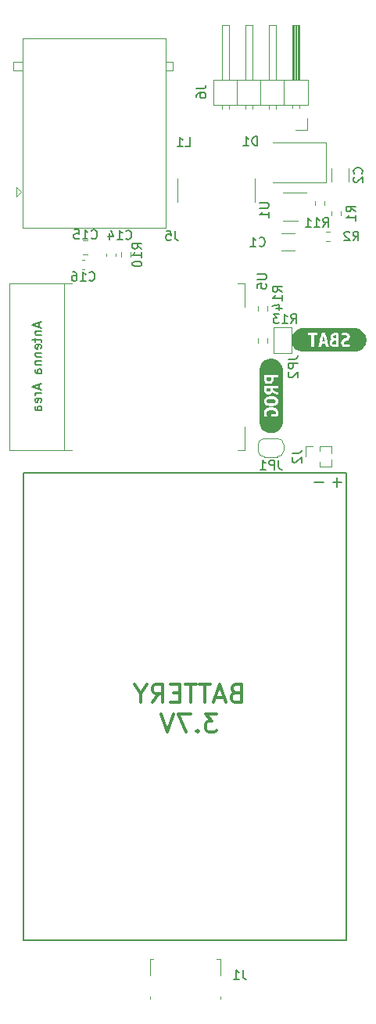
<source format=gbr>
%TF.GenerationSoftware,KiCad,Pcbnew,6.0.5-a6ca702e91~116~ubuntu20.04.1*%
%TF.CreationDate,2022-06-04T21:36:06-05:00*%
%TF.ProjectId,gpsOled,6770734f-6c65-4642-9e6b-696361645f70,rev?*%
%TF.SameCoordinates,Original*%
%TF.FileFunction,Legend,Bot*%
%TF.FilePolarity,Positive*%
%FSLAX46Y46*%
G04 Gerber Fmt 4.6, Leading zero omitted, Abs format (unit mm)*
G04 Created by KiCad (PCBNEW 6.0.5-a6ca702e91~116~ubuntu20.04.1) date 2022-06-04 21:36:06*
%MOMM*%
%LPD*%
G01*
G04 APERTURE LIST*
%ADD10C,0.150000*%
%ADD11C,0.300000*%
%ADD12C,0.120000*%
G04 APERTURE END LIST*
D10*
X161000000Y-102500000D02*
X160000000Y-102500000D01*
X128500000Y-101500000D02*
X163500000Y-101500000D01*
X163500000Y-101500000D02*
X163500000Y-152000000D01*
X163500000Y-152000000D02*
X128500000Y-152000000D01*
X128500000Y-152000000D02*
X128500000Y-101500000D01*
X162000000Y-102500000D02*
X163000000Y-102500000D01*
X162500000Y-102000000D02*
X162500000Y-103000000D01*
D11*
X151500000Y-125247142D02*
X151214285Y-125342380D01*
X151119047Y-125437619D01*
X151023809Y-125628095D01*
X151023809Y-125913809D01*
X151119047Y-126104285D01*
X151214285Y-126199523D01*
X151404761Y-126294761D01*
X152166666Y-126294761D01*
X152166666Y-124294761D01*
X151500000Y-124294761D01*
X151309523Y-124390000D01*
X151214285Y-124485238D01*
X151119047Y-124675714D01*
X151119047Y-124866190D01*
X151214285Y-125056666D01*
X151309523Y-125151904D01*
X151500000Y-125247142D01*
X152166666Y-125247142D01*
X150261904Y-125723333D02*
X149309523Y-125723333D01*
X150452380Y-126294761D02*
X149785714Y-124294761D01*
X149119047Y-126294761D01*
X148738095Y-124294761D02*
X147595238Y-124294761D01*
X148166666Y-126294761D02*
X148166666Y-124294761D01*
X147214285Y-124294761D02*
X146071428Y-124294761D01*
X146642857Y-126294761D02*
X146642857Y-124294761D01*
X145404761Y-125247142D02*
X144738095Y-125247142D01*
X144452380Y-126294761D02*
X145404761Y-126294761D01*
X145404761Y-124294761D01*
X144452380Y-124294761D01*
X142452380Y-126294761D02*
X143119047Y-125342380D01*
X143595238Y-126294761D02*
X143595238Y-124294761D01*
X142833333Y-124294761D01*
X142642857Y-124390000D01*
X142547619Y-124485238D01*
X142452380Y-124675714D01*
X142452380Y-124961428D01*
X142547619Y-125151904D01*
X142642857Y-125247142D01*
X142833333Y-125342380D01*
X143595238Y-125342380D01*
X141214285Y-125342380D02*
X141214285Y-126294761D01*
X141880952Y-124294761D02*
X141214285Y-125342380D01*
X140547619Y-124294761D01*
X149452380Y-127514761D02*
X148214285Y-127514761D01*
X148880952Y-128276666D01*
X148595238Y-128276666D01*
X148404761Y-128371904D01*
X148309523Y-128467142D01*
X148214285Y-128657619D01*
X148214285Y-129133809D01*
X148309523Y-129324285D01*
X148404761Y-129419523D01*
X148595238Y-129514761D01*
X149166666Y-129514761D01*
X149357142Y-129419523D01*
X149452380Y-129324285D01*
X147357142Y-129324285D02*
X147261904Y-129419523D01*
X147357142Y-129514761D01*
X147452380Y-129419523D01*
X147357142Y-129324285D01*
X147357142Y-129514761D01*
X146595238Y-127514761D02*
X145261904Y-127514761D01*
X146119047Y-129514761D01*
X144785714Y-127514761D02*
X144119047Y-129514761D01*
X143452380Y-127514761D01*
D10*
%TO.C,R14*%
X156492380Y-81887142D02*
X156016190Y-81553809D01*
X156492380Y-81315714D02*
X155492380Y-81315714D01*
X155492380Y-81696666D01*
X155540000Y-81791904D01*
X155587619Y-81839523D01*
X155682857Y-81887142D01*
X155825714Y-81887142D01*
X155920952Y-81839523D01*
X155968571Y-81791904D01*
X156016190Y-81696666D01*
X156016190Y-81315714D01*
X156492380Y-82839523D02*
X156492380Y-82268095D01*
X156492380Y-82553809D02*
X155492380Y-82553809D01*
X155635238Y-82458571D01*
X155730476Y-82363333D01*
X155778095Y-82268095D01*
X155825714Y-83696666D02*
X156492380Y-83696666D01*
X155444761Y-83458571D02*
X156159047Y-83220476D01*
X156159047Y-83839523D01*
%TO.C,R13*%
X157482857Y-85282380D02*
X157816190Y-84806190D01*
X158054285Y-85282380D02*
X158054285Y-84282380D01*
X157673333Y-84282380D01*
X157578095Y-84330000D01*
X157530476Y-84377619D01*
X157482857Y-84472857D01*
X157482857Y-84615714D01*
X157530476Y-84710952D01*
X157578095Y-84758571D01*
X157673333Y-84806190D01*
X158054285Y-84806190D01*
X156530476Y-85282380D02*
X157101904Y-85282380D01*
X156816190Y-85282380D02*
X156816190Y-84282380D01*
X156911428Y-84425238D01*
X157006666Y-84520476D01*
X157101904Y-84568095D01*
X156197142Y-84282380D02*
X155578095Y-84282380D01*
X155911428Y-84663333D01*
X155768571Y-84663333D01*
X155673333Y-84710952D01*
X155625714Y-84758571D01*
X155578095Y-84853809D01*
X155578095Y-85091904D01*
X155625714Y-85187142D01*
X155673333Y-85234761D01*
X155768571Y-85282380D01*
X156054285Y-85282380D01*
X156149523Y-85234761D01*
X156197142Y-85187142D01*
%TO.C,JP2*%
X157192380Y-89146666D02*
X157906666Y-89146666D01*
X158049523Y-89099047D01*
X158144761Y-89003809D01*
X158192380Y-88860952D01*
X158192380Y-88765714D01*
X158192380Y-89622857D02*
X157192380Y-89622857D01*
X157192380Y-90003809D01*
X157240000Y-90099047D01*
X157287619Y-90146666D01*
X157382857Y-90194285D01*
X157525714Y-90194285D01*
X157620952Y-90146666D01*
X157668571Y-90099047D01*
X157716190Y-90003809D01*
X157716190Y-89622857D01*
X157287619Y-90575238D02*
X157240000Y-90622857D01*
X157192380Y-90718095D01*
X157192380Y-90956190D01*
X157240000Y-91051428D01*
X157287619Y-91099047D01*
X157382857Y-91146666D01*
X157478095Y-91146666D01*
X157620952Y-91099047D01*
X158192380Y-90527619D01*
X158192380Y-91146666D01*
%TO.C,C2*%
X165157142Y-69083333D02*
X165204761Y-69035714D01*
X165252380Y-68892857D01*
X165252380Y-68797619D01*
X165204761Y-68654761D01*
X165109523Y-68559523D01*
X165014285Y-68511904D01*
X164823809Y-68464285D01*
X164680952Y-68464285D01*
X164490476Y-68511904D01*
X164395238Y-68559523D01*
X164300000Y-68654761D01*
X164252380Y-68797619D01*
X164252380Y-68892857D01*
X164300000Y-69035714D01*
X164347619Y-69083333D01*
X164347619Y-69464285D02*
X164300000Y-69511904D01*
X164252380Y-69607142D01*
X164252380Y-69845238D01*
X164300000Y-69940476D01*
X164347619Y-69988095D01*
X164442857Y-70035714D01*
X164538095Y-70035714D01*
X164680952Y-69988095D01*
X165252380Y-69416666D01*
X165252380Y-70035714D01*
%TO.C,U1*%
X154082380Y-72248095D02*
X154891904Y-72248095D01*
X154987142Y-72295714D01*
X155034761Y-72343333D01*
X155082380Y-72438571D01*
X155082380Y-72629047D01*
X155034761Y-72724285D01*
X154987142Y-72771904D01*
X154891904Y-72819523D01*
X154082380Y-72819523D01*
X155082380Y-73819523D02*
X155082380Y-73248095D01*
X155082380Y-73533809D02*
X154082380Y-73533809D01*
X154225238Y-73438571D01*
X154320476Y-73343333D01*
X154368095Y-73248095D01*
%TO.C,C15*%
X135872857Y-76077142D02*
X135920476Y-76124761D01*
X136063333Y-76172380D01*
X136158571Y-76172380D01*
X136301428Y-76124761D01*
X136396666Y-76029523D01*
X136444285Y-75934285D01*
X136491904Y-75743809D01*
X136491904Y-75600952D01*
X136444285Y-75410476D01*
X136396666Y-75315238D01*
X136301428Y-75220000D01*
X136158571Y-75172380D01*
X136063333Y-75172380D01*
X135920476Y-75220000D01*
X135872857Y-75267619D01*
X134920476Y-76172380D02*
X135491904Y-76172380D01*
X135206190Y-76172380D02*
X135206190Y-75172380D01*
X135301428Y-75315238D01*
X135396666Y-75410476D01*
X135491904Y-75458095D01*
X134015714Y-75172380D02*
X134491904Y-75172380D01*
X134539523Y-75648571D01*
X134491904Y-75600952D01*
X134396666Y-75553333D01*
X134158571Y-75553333D01*
X134063333Y-75600952D01*
X134015714Y-75648571D01*
X133968095Y-75743809D01*
X133968095Y-75981904D01*
X134015714Y-76077142D01*
X134063333Y-76124761D01*
X134158571Y-76172380D01*
X134396666Y-76172380D01*
X134491904Y-76124761D01*
X134539523Y-76077142D01*
%TO.C,C1*%
X154036666Y-76897142D02*
X154084285Y-76944761D01*
X154227142Y-76992380D01*
X154322380Y-76992380D01*
X154465238Y-76944761D01*
X154560476Y-76849523D01*
X154608095Y-76754285D01*
X154655714Y-76563809D01*
X154655714Y-76420952D01*
X154608095Y-76230476D01*
X154560476Y-76135238D01*
X154465238Y-76040000D01*
X154322380Y-75992380D01*
X154227142Y-75992380D01*
X154084285Y-76040000D01*
X154036666Y-76087619D01*
X153084285Y-76992380D02*
X153655714Y-76992380D01*
X153370000Y-76992380D02*
X153370000Y-75992380D01*
X153465238Y-76135238D01*
X153560476Y-76230476D01*
X153655714Y-76278095D01*
%TO.C,J2*%
X157627380Y-99346666D02*
X158341666Y-99346666D01*
X158484523Y-99299047D01*
X158579761Y-99203809D01*
X158627380Y-99060952D01*
X158627380Y-98965714D01*
X157722619Y-99775238D02*
X157675000Y-99822857D01*
X157627380Y-99918095D01*
X157627380Y-100156190D01*
X157675000Y-100251428D01*
X157722619Y-100299047D01*
X157817857Y-100346666D01*
X157913095Y-100346666D01*
X158055952Y-100299047D01*
X158627380Y-99727619D01*
X158627380Y-100346666D01*
%TO.C,R11*%
X160962857Y-74882380D02*
X161296190Y-74406190D01*
X161534285Y-74882380D02*
X161534285Y-73882380D01*
X161153333Y-73882380D01*
X161058095Y-73930000D01*
X161010476Y-73977619D01*
X160962857Y-74072857D01*
X160962857Y-74215714D01*
X161010476Y-74310952D01*
X161058095Y-74358571D01*
X161153333Y-74406190D01*
X161534285Y-74406190D01*
X160010476Y-74882380D02*
X160581904Y-74882380D01*
X160296190Y-74882380D02*
X160296190Y-73882380D01*
X160391428Y-74025238D01*
X160486666Y-74120476D01*
X160581904Y-74168095D01*
X159058095Y-74882380D02*
X159629523Y-74882380D01*
X159343809Y-74882380D02*
X159343809Y-73882380D01*
X159439047Y-74025238D01*
X159534285Y-74120476D01*
X159629523Y-74168095D01*
%TO.C,J1*%
X152293333Y-155232380D02*
X152293333Y-155946666D01*
X152340952Y-156089523D01*
X152436190Y-156184761D01*
X152579047Y-156232380D01*
X152674285Y-156232380D01*
X151293333Y-156232380D02*
X151864761Y-156232380D01*
X151579047Y-156232380D02*
X151579047Y-155232380D01*
X151674285Y-155375238D01*
X151769523Y-155470476D01*
X151864761Y-155518095D01*
%TO.C,R10*%
X141312380Y-77237142D02*
X140836190Y-76903809D01*
X141312380Y-76665714D02*
X140312380Y-76665714D01*
X140312380Y-77046666D01*
X140360000Y-77141904D01*
X140407619Y-77189523D01*
X140502857Y-77237142D01*
X140645714Y-77237142D01*
X140740952Y-77189523D01*
X140788571Y-77141904D01*
X140836190Y-77046666D01*
X140836190Y-76665714D01*
X141312380Y-78189523D02*
X141312380Y-77618095D01*
X141312380Y-77903809D02*
X140312380Y-77903809D01*
X140455238Y-77808571D01*
X140550476Y-77713333D01*
X140598095Y-77618095D01*
X140312380Y-78808571D02*
X140312380Y-78903809D01*
X140360000Y-78999047D01*
X140407619Y-79046666D01*
X140502857Y-79094285D01*
X140693333Y-79141904D01*
X140931428Y-79141904D01*
X141121904Y-79094285D01*
X141217142Y-79046666D01*
X141264761Y-78999047D01*
X141312380Y-78903809D01*
X141312380Y-78808571D01*
X141264761Y-78713333D01*
X141217142Y-78665714D01*
X141121904Y-78618095D01*
X140931428Y-78570476D01*
X140693333Y-78570476D01*
X140502857Y-78618095D01*
X140407619Y-78665714D01*
X140360000Y-78713333D01*
X140312380Y-78808571D01*
%TO.C,L1*%
X146036666Y-66152380D02*
X146512857Y-66152380D01*
X146512857Y-65152380D01*
X145179523Y-66152380D02*
X145750952Y-66152380D01*
X145465238Y-66152380D02*
X145465238Y-65152380D01*
X145560476Y-65295238D01*
X145655714Y-65390476D01*
X145750952Y-65438095D01*
%TO.C,R2*%
X164216666Y-76352380D02*
X164550000Y-75876190D01*
X164788095Y-76352380D02*
X164788095Y-75352380D01*
X164407142Y-75352380D01*
X164311904Y-75400000D01*
X164264285Y-75447619D01*
X164216666Y-75542857D01*
X164216666Y-75685714D01*
X164264285Y-75780952D01*
X164311904Y-75828571D01*
X164407142Y-75876190D01*
X164788095Y-75876190D01*
X163835714Y-75447619D02*
X163788095Y-75400000D01*
X163692857Y-75352380D01*
X163454761Y-75352380D01*
X163359523Y-75400000D01*
X163311904Y-75447619D01*
X163264285Y-75542857D01*
X163264285Y-75638095D01*
X163311904Y-75780952D01*
X163883333Y-76352380D01*
X163264285Y-76352380D01*
%TO.C,R1*%
X164462380Y-73213333D02*
X163986190Y-72880000D01*
X164462380Y-72641904D02*
X163462380Y-72641904D01*
X163462380Y-73022857D01*
X163510000Y-73118095D01*
X163557619Y-73165714D01*
X163652857Y-73213333D01*
X163795714Y-73213333D01*
X163890952Y-73165714D01*
X163938571Y-73118095D01*
X163986190Y-73022857D01*
X163986190Y-72641904D01*
X164462380Y-74165714D02*
X164462380Y-73594285D01*
X164462380Y-73880000D02*
X163462380Y-73880000D01*
X163605238Y-73784761D01*
X163700476Y-73689523D01*
X163748095Y-73594285D01*
%TO.C,C14*%
X139602857Y-76127142D02*
X139650476Y-76174761D01*
X139793333Y-76222380D01*
X139888571Y-76222380D01*
X140031428Y-76174761D01*
X140126666Y-76079523D01*
X140174285Y-75984285D01*
X140221904Y-75793809D01*
X140221904Y-75650952D01*
X140174285Y-75460476D01*
X140126666Y-75365238D01*
X140031428Y-75270000D01*
X139888571Y-75222380D01*
X139793333Y-75222380D01*
X139650476Y-75270000D01*
X139602857Y-75317619D01*
X138650476Y-76222380D02*
X139221904Y-76222380D01*
X138936190Y-76222380D02*
X138936190Y-75222380D01*
X139031428Y-75365238D01*
X139126666Y-75460476D01*
X139221904Y-75508095D01*
X137793333Y-75555714D02*
X137793333Y-76222380D01*
X138031428Y-75174761D02*
X138269523Y-75889047D01*
X137650476Y-75889047D01*
%TO.C,JP1*%
X156143333Y-100082380D02*
X156143333Y-100796666D01*
X156190952Y-100939523D01*
X156286190Y-101034761D01*
X156429047Y-101082380D01*
X156524285Y-101082380D01*
X155667142Y-101082380D02*
X155667142Y-100082380D01*
X155286190Y-100082380D01*
X155190952Y-100130000D01*
X155143333Y-100177619D01*
X155095714Y-100272857D01*
X155095714Y-100415714D01*
X155143333Y-100510952D01*
X155190952Y-100558571D01*
X155286190Y-100606190D01*
X155667142Y-100606190D01*
X154143333Y-101082380D02*
X154714761Y-101082380D01*
X154429047Y-101082380D02*
X154429047Y-100082380D01*
X154524285Y-100225238D01*
X154619523Y-100320476D01*
X154714761Y-100368095D01*
%TO.C,U5*%
X153842380Y-79968095D02*
X154651904Y-79968095D01*
X154747142Y-80015714D01*
X154794761Y-80063333D01*
X154842380Y-80158571D01*
X154842380Y-80349047D01*
X154794761Y-80444285D01*
X154747142Y-80491904D01*
X154651904Y-80539523D01*
X153842380Y-80539523D01*
X153842380Y-81491904D02*
X153842380Y-81015714D01*
X154318571Y-80968095D01*
X154270952Y-81015714D01*
X154223333Y-81110952D01*
X154223333Y-81349047D01*
X154270952Y-81444285D01*
X154318571Y-81491904D01*
X154413809Y-81539523D01*
X154651904Y-81539523D01*
X154747142Y-81491904D01*
X154794761Y-81444285D01*
X154842380Y-81349047D01*
X154842380Y-81110952D01*
X154794761Y-81015714D01*
X154747142Y-80968095D01*
X130166666Y-85238095D02*
X130166666Y-85714285D01*
X130452380Y-85142857D02*
X129452380Y-85476190D01*
X130452380Y-85809523D01*
X129785714Y-86142857D02*
X130452380Y-86142857D01*
X129880952Y-86142857D02*
X129833333Y-86190476D01*
X129785714Y-86285714D01*
X129785714Y-86428571D01*
X129833333Y-86523809D01*
X129928571Y-86571428D01*
X130452380Y-86571428D01*
X129785714Y-86904761D02*
X129785714Y-87285714D01*
X129452380Y-87047619D02*
X130309523Y-87047619D01*
X130404761Y-87095238D01*
X130452380Y-87190476D01*
X130452380Y-87285714D01*
X130404761Y-88000000D02*
X130452380Y-87904761D01*
X130452380Y-87714285D01*
X130404761Y-87619047D01*
X130309523Y-87571428D01*
X129928571Y-87571428D01*
X129833333Y-87619047D01*
X129785714Y-87714285D01*
X129785714Y-87904761D01*
X129833333Y-88000000D01*
X129928571Y-88047619D01*
X130023809Y-88047619D01*
X130119047Y-87571428D01*
X129785714Y-88476190D02*
X130452380Y-88476190D01*
X129880952Y-88476190D02*
X129833333Y-88523809D01*
X129785714Y-88619047D01*
X129785714Y-88761904D01*
X129833333Y-88857142D01*
X129928571Y-88904761D01*
X130452380Y-88904761D01*
X129785714Y-89380952D02*
X130452380Y-89380952D01*
X129880952Y-89380952D02*
X129833333Y-89428571D01*
X129785714Y-89523809D01*
X129785714Y-89666666D01*
X129833333Y-89761904D01*
X129928571Y-89809523D01*
X130452380Y-89809523D01*
X130452380Y-90714285D02*
X129928571Y-90714285D01*
X129833333Y-90666666D01*
X129785714Y-90571428D01*
X129785714Y-90380952D01*
X129833333Y-90285714D01*
X130404761Y-90714285D02*
X130452380Y-90619047D01*
X130452380Y-90380952D01*
X130404761Y-90285714D01*
X130309523Y-90238095D01*
X130214285Y-90238095D01*
X130119047Y-90285714D01*
X130071428Y-90380952D01*
X130071428Y-90619047D01*
X130023809Y-90714285D01*
X130166666Y-91904761D02*
X130166666Y-92380952D01*
X130452380Y-91809523D02*
X129452380Y-92142857D01*
X130452380Y-92476190D01*
X130452380Y-92809523D02*
X129785714Y-92809523D01*
X129976190Y-92809523D02*
X129880952Y-92857142D01*
X129833333Y-92904761D01*
X129785714Y-93000000D01*
X129785714Y-93095238D01*
X130404761Y-93809523D02*
X130452380Y-93714285D01*
X130452380Y-93523809D01*
X130404761Y-93428571D01*
X130309523Y-93380952D01*
X129928571Y-93380952D01*
X129833333Y-93428571D01*
X129785714Y-93523809D01*
X129785714Y-93714285D01*
X129833333Y-93809523D01*
X129928571Y-93857142D01*
X130023809Y-93857142D01*
X130119047Y-93380952D01*
X130452380Y-94714285D02*
X129928571Y-94714285D01*
X129833333Y-94666666D01*
X129785714Y-94571428D01*
X129785714Y-94380952D01*
X129833333Y-94285714D01*
X130404761Y-94714285D02*
X130452380Y-94619047D01*
X130452380Y-94380952D01*
X130404761Y-94285714D01*
X130309523Y-94238095D01*
X130214285Y-94238095D01*
X130119047Y-94285714D01*
X130071428Y-94380952D01*
X130071428Y-94619047D01*
X130023809Y-94714285D01*
%TO.C,J5*%
X144923333Y-75292380D02*
X144923333Y-76006666D01*
X144970952Y-76149523D01*
X145066190Y-76244761D01*
X145209047Y-76292380D01*
X145304285Y-76292380D01*
X143970952Y-75292380D02*
X144447142Y-75292380D01*
X144494761Y-75768571D01*
X144447142Y-75720952D01*
X144351904Y-75673333D01*
X144113809Y-75673333D01*
X144018571Y-75720952D01*
X143970952Y-75768571D01*
X143923333Y-75863809D01*
X143923333Y-76101904D01*
X143970952Y-76197142D01*
X144018571Y-76244761D01*
X144113809Y-76292380D01*
X144351904Y-76292380D01*
X144447142Y-76244761D01*
X144494761Y-76197142D01*
%TO.C,C16*%
X135632857Y-80627142D02*
X135680476Y-80674761D01*
X135823333Y-80722380D01*
X135918571Y-80722380D01*
X136061428Y-80674761D01*
X136156666Y-80579523D01*
X136204285Y-80484285D01*
X136251904Y-80293809D01*
X136251904Y-80150952D01*
X136204285Y-79960476D01*
X136156666Y-79865238D01*
X136061428Y-79770000D01*
X135918571Y-79722380D01*
X135823333Y-79722380D01*
X135680476Y-79770000D01*
X135632857Y-79817619D01*
X134680476Y-80722380D02*
X135251904Y-80722380D01*
X134966190Y-80722380D02*
X134966190Y-79722380D01*
X135061428Y-79865238D01*
X135156666Y-79960476D01*
X135251904Y-80008095D01*
X133823333Y-79722380D02*
X134013809Y-79722380D01*
X134109047Y-79770000D01*
X134156666Y-79817619D01*
X134251904Y-79960476D01*
X134299523Y-80150952D01*
X134299523Y-80531904D01*
X134251904Y-80627142D01*
X134204285Y-80674761D01*
X134109047Y-80722380D01*
X133918571Y-80722380D01*
X133823333Y-80674761D01*
X133775714Y-80627142D01*
X133728095Y-80531904D01*
X133728095Y-80293809D01*
X133775714Y-80198571D01*
X133823333Y-80150952D01*
X133918571Y-80103333D01*
X134109047Y-80103333D01*
X134204285Y-80150952D01*
X134251904Y-80198571D01*
X134299523Y-80293809D01*
%TO.C,J6*%
X147242380Y-59926666D02*
X147956666Y-59926666D01*
X148099523Y-59879047D01*
X148194761Y-59783809D01*
X148242380Y-59640952D01*
X148242380Y-59545714D01*
X147242380Y-60831428D02*
X147242380Y-60640952D01*
X147290000Y-60545714D01*
X147337619Y-60498095D01*
X147480476Y-60402857D01*
X147670952Y-60355238D01*
X148051904Y-60355238D01*
X148147142Y-60402857D01*
X148194761Y-60450476D01*
X148242380Y-60545714D01*
X148242380Y-60736190D01*
X148194761Y-60831428D01*
X148147142Y-60879047D01*
X148051904Y-60926666D01*
X147813809Y-60926666D01*
X147718571Y-60879047D01*
X147670952Y-60831428D01*
X147623333Y-60736190D01*
X147623333Y-60545714D01*
X147670952Y-60450476D01*
X147718571Y-60402857D01*
X147813809Y-60355238D01*
%TO.C,D1*%
X153838095Y-66072380D02*
X153838095Y-65072380D01*
X153600000Y-65072380D01*
X153457142Y-65120000D01*
X153361904Y-65215238D01*
X153314285Y-65310476D01*
X153266666Y-65500952D01*
X153266666Y-65643809D01*
X153314285Y-65834285D01*
X153361904Y-65929523D01*
X153457142Y-66024761D01*
X153600000Y-66072380D01*
X153838095Y-66072380D01*
X152314285Y-66072380D02*
X152885714Y-66072380D01*
X152600000Y-66072380D02*
X152600000Y-65072380D01*
X152695238Y-65215238D01*
X152790476Y-65310476D01*
X152885714Y-65358095D01*
%TO.C,kibuzzard-629C15DA*%
G36*
X158666032Y-88339145D02*
G01*
X158543211Y-88320926D01*
X158422768Y-88290757D01*
X158305861Y-88248927D01*
X158193618Y-88195840D01*
X158087119Y-88132007D01*
X157987389Y-88058042D01*
X157895389Y-87974658D01*
X157812005Y-87882658D01*
X157738040Y-87782928D01*
X157674207Y-87676429D01*
X157621120Y-87564185D01*
X157579290Y-87447279D01*
X157549121Y-87326836D01*
X157530902Y-87204015D01*
X157524809Y-87080000D01*
X157530902Y-86955985D01*
X157549121Y-86833164D01*
X157579290Y-86712721D01*
X157621120Y-86595815D01*
X157625251Y-86587081D01*
X159286141Y-86587081D01*
X159674284Y-86587081D01*
X159674284Y-87818187D01*
X159969559Y-87818187D01*
X160438666Y-87818187D01*
X160752991Y-87818187D01*
X160822047Y-87477669D01*
X161214953Y-87477669D01*
X161281628Y-87818187D01*
X161586428Y-87818187D01*
X161544423Y-87646976D01*
X161502227Y-87481955D01*
X161473122Y-87372894D01*
X161681678Y-87372894D01*
X161692989Y-87495230D01*
X161726922Y-87595541D01*
X161849556Y-87738416D01*
X161934091Y-87784255D01*
X162032912Y-87814616D01*
X162142748Y-87831582D01*
X162260322Y-87837237D01*
X162359739Y-87834559D01*
X162462728Y-87826522D01*
X162566908Y-87813127D01*
X162669897Y-87794375D01*
X162669897Y-87415756D01*
X162893734Y-87415756D01*
X162927370Y-87599410D01*
X163028275Y-87736034D01*
X163133447Y-87798873D01*
X163269575Y-87836576D01*
X163436659Y-87849144D01*
X163601561Y-87839321D01*
X163729553Y-87809853D01*
X163893859Y-87737225D01*
X163808134Y-87499100D01*
X163654544Y-87570537D01*
X163555424Y-87595541D01*
X163436659Y-87603875D01*
X163314025Y-87588397D01*
X163236634Y-87545534D01*
X163197344Y-87483622D01*
X163186628Y-87413375D01*
X163212822Y-87332412D01*
X163279497Y-87269309D01*
X163369984Y-87219303D01*
X163469997Y-87177631D01*
X163608109Y-87122862D01*
X163737887Y-87044281D01*
X163834328Y-86926409D01*
X163872428Y-86751387D01*
X163838793Y-86566841D01*
X163737887Y-86427537D01*
X163636949Y-86362715D01*
X163513521Y-86323821D01*
X163367603Y-86310856D01*
X163240504Y-86318595D01*
X163130669Y-86341812D01*
X162960409Y-86410869D01*
X163046134Y-86637087D01*
X163178294Y-86579937D01*
X163346172Y-86556125D01*
X163475818Y-86574910D01*
X163553605Y-86631267D01*
X163579534Y-86725194D01*
X163555722Y-86800203D01*
X163495000Y-86857353D01*
X163411656Y-86901406D01*
X163319978Y-86937125D01*
X163175912Y-86995466D01*
X163037800Y-87081191D01*
X162934216Y-87214541D01*
X162903855Y-87304730D01*
X162893734Y-87415756D01*
X162669897Y-87415756D01*
X162669897Y-86363244D01*
X162486541Y-86338241D01*
X162288897Y-86327525D01*
X162137687Y-86336157D01*
X162017434Y-86362053D01*
X161853128Y-86452541D01*
X161772166Y-86577556D01*
X161750734Y-86715669D01*
X161763534Y-86814491D01*
X161801931Y-86901406D01*
X161938853Y-87029994D01*
X161812945Y-87094287D01*
X161735256Y-87177631D01*
X161695073Y-87272881D01*
X161681678Y-87372894D01*
X161473122Y-87372894D01*
X161459841Y-87323126D01*
X161417264Y-87170487D01*
X161374497Y-87024041D01*
X161321365Y-86847158D01*
X161269127Y-86674890D01*
X161217781Y-86507235D01*
X161167328Y-86344194D01*
X160848241Y-86344194D01*
X160795928Y-86508574D01*
X160743763Y-86677866D01*
X160691748Y-86852070D01*
X160639881Y-87031184D01*
X160598686Y-87178869D01*
X160557966Y-87331412D01*
X160517723Y-87488813D01*
X160477956Y-87651071D01*
X160438666Y-87818187D01*
X159969559Y-87818187D01*
X159969559Y-86587081D01*
X160357703Y-86587081D01*
X160357703Y-86344194D01*
X159286141Y-86344194D01*
X159286141Y-86587081D01*
X157625251Y-86587081D01*
X157674207Y-86483571D01*
X157738040Y-86377072D01*
X157812005Y-86277342D01*
X157895389Y-86185342D01*
X157987389Y-86101958D01*
X158087119Y-86027993D01*
X158193618Y-85964160D01*
X158305861Y-85911073D01*
X158422768Y-85869243D01*
X158543211Y-85839074D01*
X158666032Y-85820855D01*
X158790047Y-85814762D01*
X164389953Y-85814762D01*
X164513968Y-85820855D01*
X164636789Y-85839074D01*
X164757232Y-85869243D01*
X164874139Y-85911073D01*
X164986382Y-85964160D01*
X165092881Y-86027993D01*
X165192611Y-86101958D01*
X165284611Y-86185342D01*
X165367995Y-86277342D01*
X165441960Y-86377072D01*
X165505793Y-86483571D01*
X165558880Y-86595815D01*
X165600710Y-86712721D01*
X165630879Y-86833164D01*
X165649098Y-86955985D01*
X165655191Y-87080000D01*
X165649098Y-87204015D01*
X165630879Y-87326836D01*
X165600710Y-87447279D01*
X165558880Y-87564185D01*
X165505793Y-87676429D01*
X165441960Y-87782928D01*
X165367995Y-87882658D01*
X165284611Y-87974658D01*
X165192611Y-88058042D01*
X165092881Y-88132007D01*
X164986382Y-88195840D01*
X164874139Y-88248927D01*
X164757232Y-88290757D01*
X164636789Y-88320926D01*
X164513968Y-88339145D01*
X164389953Y-88345238D01*
X164389953Y-88345237D01*
X158790047Y-88345237D01*
X158666032Y-88339145D01*
G37*
G36*
X161058981Y-86788297D02*
G01*
X161097081Y-86935934D01*
X161130419Y-87082381D01*
X161160184Y-87234781D01*
X160872053Y-87234781D01*
X160900628Y-87082381D01*
X160932775Y-86935934D01*
X160970875Y-86788297D01*
X161014928Y-86629944D01*
X161058981Y-86788297D01*
G37*
G36*
X162377003Y-87572919D02*
G01*
X162309137Y-87580062D01*
X162236509Y-87582444D01*
X162138878Y-87574109D01*
X162054344Y-87543153D01*
X161993622Y-87478859D01*
X161969809Y-87372894D01*
X162037675Y-87219303D01*
X162219841Y-87172869D01*
X162377003Y-87172869D01*
X162377003Y-87572919D01*
G37*
G36*
X162312709Y-86584700D02*
G01*
X162377003Y-86591844D01*
X162377003Y-86929981D01*
X162262703Y-86929981D01*
X162093634Y-86881166D01*
X162036484Y-86746625D01*
X162053153Y-86662091D01*
X162098397Y-86612084D01*
X162165072Y-86588272D01*
X162243653Y-86582319D01*
X162312709Y-86584700D01*
G37*
D12*
%TO.C,R14*%
X154962500Y-83934724D02*
X154962500Y-83425276D01*
X153917500Y-83934724D02*
X153917500Y-83425276D01*
%TO.C,R13*%
X154962500Y-87384724D02*
X154962500Y-86875276D01*
X153917500Y-87384724D02*
X153917500Y-86875276D01*
%TO.C,JP2*%
X155590000Y-88530000D02*
X157590000Y-88530000D01*
X155590000Y-85730000D02*
X155590000Y-88530000D01*
X157590000Y-85730000D02*
X155590000Y-85730000D01*
X157590000Y-88530000D02*
X157590000Y-85730000D01*
%TO.C,C2*%
X161880000Y-68568748D02*
X161880000Y-69991252D01*
X163700000Y-68568748D02*
X163700000Y-69991252D01*
%TO.C,U1*%
X157390000Y-71120000D02*
X159190000Y-71120000D01*
X157390000Y-74240000D02*
X158190000Y-74240000D01*
X157390000Y-74240000D02*
X156590000Y-74240000D01*
X157390000Y-71120000D02*
X156590000Y-71120000D01*
%TO.C,kibuzzard-627F1822*%
G36*
X155292375Y-92403719D02*
G01*
X155277790Y-92532902D01*
X155234034Y-92620413D01*
X155068537Y-92687088D01*
X154967334Y-92669228D01*
X154897087Y-92615650D01*
X154856011Y-92532902D01*
X154842319Y-92427531D01*
X154843509Y-92387050D01*
X154849462Y-92339425D01*
X155292375Y-92339425D01*
X155292375Y-92403719D01*
G37*
G36*
X156599145Y-96024202D02*
G01*
X156580926Y-96147023D01*
X156550757Y-96267467D01*
X156508927Y-96384373D01*
X156455840Y-96496616D01*
X156392007Y-96603116D01*
X156318042Y-96702846D01*
X156234658Y-96794846D01*
X156142658Y-96878229D01*
X156042928Y-96952194D01*
X155936429Y-97016027D01*
X155824185Y-97069114D01*
X155707279Y-97110944D01*
X155586836Y-97141114D01*
X155464015Y-97159332D01*
X155340000Y-97165425D01*
X155215985Y-97159332D01*
X155093164Y-97141114D01*
X154972721Y-97110944D01*
X154855815Y-97069114D01*
X154743571Y-97016027D01*
X154637072Y-96952194D01*
X154537342Y-96878229D01*
X154445342Y-96794846D01*
X154361958Y-96702846D01*
X154287993Y-96603116D01*
X154224160Y-96496616D01*
X154171073Y-96384373D01*
X154129243Y-96267467D01*
X154099074Y-96147023D01*
X154080855Y-96024202D01*
X154074763Y-95900188D01*
X154074762Y-95900188D01*
X154074762Y-95001663D01*
X154570856Y-95001663D01*
X154583953Y-95155253D01*
X154613719Y-95273125D01*
X154649437Y-95355278D01*
X154678012Y-95404094D01*
X154911375Y-95327894D01*
X154851844Y-95199306D01*
X154825650Y-95042144D01*
X154863750Y-94865931D01*
X154969716Y-94748059D01*
X155131641Y-94681384D01*
X155230760Y-94666204D01*
X155340000Y-94661144D01*
X155500734Y-94670404D01*
X155630512Y-94698185D01*
X155729334Y-94744488D01*
X155823096Y-94847477D01*
X155854350Y-94989756D01*
X155851969Y-95046906D01*
X155844825Y-95104056D01*
X155306662Y-95104056D01*
X155306662Y-95396950D01*
X156042469Y-95396950D01*
X156085331Y-95233834D01*
X156103191Y-95111498D01*
X156109144Y-94965944D01*
X156096940Y-94834677D01*
X156060328Y-94717103D01*
X155999606Y-94614412D01*
X155915072Y-94527794D01*
X155806725Y-94458142D01*
X155674566Y-94406350D01*
X155518891Y-94374203D01*
X155340000Y-94363488D01*
X155162895Y-94375989D01*
X155007816Y-94413494D01*
X154875359Y-94472430D01*
X154766119Y-94549225D01*
X154680691Y-94642689D01*
X154619672Y-94751631D01*
X154583060Y-94872480D01*
X154570856Y-95001663D01*
X154074762Y-95001663D01*
X154074762Y-93703881D01*
X154570856Y-93703881D01*
X154592420Y-93863160D01*
X154657110Y-93994923D01*
X154764928Y-94099169D01*
X154873647Y-94158551D01*
X155005732Y-94200967D01*
X155161183Y-94226417D01*
X155340000Y-94234900D01*
X155518817Y-94226268D01*
X155674268Y-94200372D01*
X155806353Y-94157212D01*
X155915072Y-94096788D01*
X156022890Y-93992013D01*
X156087580Y-93861838D01*
X156109144Y-93706263D01*
X156087580Y-93546851D01*
X156022890Y-93414692D01*
X155915072Y-93309784D01*
X155806353Y-93249881D01*
X155674268Y-93207093D01*
X155518817Y-93181420D01*
X155340000Y-93172863D01*
X155161183Y-93181643D01*
X155005732Y-93207986D01*
X154873647Y-93251890D01*
X154764928Y-93313356D01*
X154657110Y-93419190D01*
X154592420Y-93549365D01*
X154570856Y-93703881D01*
X154074762Y-93703881D01*
X154074762Y-92427531D01*
X154587525Y-92427531D01*
X154594669Y-92547784D01*
X154616100Y-92656131D01*
X154652414Y-92751381D01*
X154704206Y-92832344D01*
X154855416Y-92945453D01*
X154955130Y-92974921D01*
X155070919Y-92984744D01*
X155193553Y-92971647D01*
X155304281Y-92932356D01*
X155396555Y-92862705D01*
X155463825Y-92758525D01*
X155600747Y-92844250D01*
X155757909Y-92932356D01*
X155922216Y-93014509D01*
X156078187Y-93082375D01*
X156078187Y-92775194D01*
X155937991Y-92715960D01*
X155803153Y-92647797D01*
X155670101Y-92572490D01*
X155535262Y-92491825D01*
X155535262Y-92339425D01*
X156078187Y-92339425D01*
X156078187Y-92046531D01*
X154625625Y-92046531D01*
X154607766Y-92140591D01*
X154595859Y-92244175D01*
X154589906Y-92344188D01*
X154587525Y-92427531D01*
X154074762Y-92427531D01*
X154074762Y-91260719D01*
X154587525Y-91260719D01*
X154600357Y-91434021D01*
X154638854Y-91579277D01*
X154703016Y-91696488D01*
X154796281Y-91782477D01*
X154922091Y-91834071D01*
X155080444Y-91851269D01*
X155240384Y-91833939D01*
X155367781Y-91781948D01*
X155462634Y-91695297D01*
X155528119Y-91576896D01*
X155567409Y-91429655D01*
X155580506Y-91253575D01*
X155580506Y-91148800D01*
X156078187Y-91148800D01*
X156078187Y-90855906D01*
X154623244Y-90855906D01*
X154606575Y-90952347D01*
X154595859Y-91060694D01*
X154589906Y-91167850D01*
X154587525Y-91260719D01*
X154074762Y-91260719D01*
X154074762Y-90359813D01*
X154080855Y-90235798D01*
X154099074Y-90112977D01*
X154129243Y-89992533D01*
X154171073Y-89875627D01*
X154224160Y-89763384D01*
X154287993Y-89656884D01*
X154361958Y-89557154D01*
X154445342Y-89465155D01*
X154537342Y-89381771D01*
X154637072Y-89307806D01*
X154743571Y-89243973D01*
X154855815Y-89190886D01*
X154972721Y-89149056D01*
X155093164Y-89118886D01*
X155215985Y-89100668D01*
X155340000Y-89094575D01*
X155464015Y-89100668D01*
X155586836Y-89118886D01*
X155707279Y-89149056D01*
X155824185Y-89190886D01*
X155936429Y-89243973D01*
X156042928Y-89307806D01*
X156142658Y-89381771D01*
X156234658Y-89465155D01*
X156318042Y-89557154D01*
X156392007Y-89656884D01*
X156455840Y-89763384D01*
X156508927Y-89875627D01*
X156550757Y-89992533D01*
X156580926Y-90112977D01*
X156599145Y-90235798D01*
X156605238Y-90359813D01*
X156605237Y-90359813D01*
X156605237Y-95900188D01*
X156599145Y-96024202D01*
G37*
G36*
X155325712Y-91267863D02*
G01*
X155311723Y-91391092D01*
X155269753Y-91479794D01*
X155193851Y-91533372D01*
X155078062Y-91551231D01*
X154968227Y-91533670D01*
X154895897Y-91480984D01*
X154855713Y-91399129D01*
X154842319Y-91294056D01*
X154843509Y-91221428D01*
X154849462Y-91148800D01*
X155325712Y-91148800D01*
X155325712Y-91267863D01*
G37*
G36*
X155443882Y-93472602D02*
G01*
X155541216Y-93478853D01*
X155704331Y-93512191D01*
X155813869Y-93582438D01*
X155854350Y-93703881D01*
X155813869Y-93824134D01*
X155703141Y-93895572D01*
X155540025Y-93928909D01*
X155443584Y-93935160D01*
X155340000Y-93937244D01*
X155236118Y-93935160D01*
X155138784Y-93928909D01*
X154975669Y-93895572D01*
X154866131Y-93825325D01*
X154825650Y-93703881D01*
X154866131Y-93582438D01*
X154976859Y-93512191D01*
X155139975Y-93478853D01*
X155236416Y-93472602D01*
X155340000Y-93470519D01*
X155443882Y-93472602D01*
G37*
%TO.C,C15*%
X134928748Y-76355000D02*
X135451252Y-76355000D01*
X134928748Y-77825000D02*
X135451252Y-77825000D01*
%TO.C,C1*%
X156478748Y-75570000D02*
X157901252Y-75570000D01*
X156478748Y-77390000D02*
X157901252Y-77390000D01*
%TO.C,J2*%
X160630000Y-100243471D02*
X160630000Y-100790000D01*
X160630000Y-100790000D02*
X161835000Y-100790000D01*
X161835000Y-99987530D02*
X161835000Y-100790000D01*
X160630000Y-98570000D02*
X161835000Y-98570000D01*
X161835000Y-98570000D02*
X161835000Y-99372470D01*
X160630000Y-98570000D02*
X160630000Y-99116529D01*
X159870000Y-98570000D02*
X159110000Y-98570000D01*
X159110000Y-98570000D02*
X159110000Y-99680000D01*
%TO.C,R11*%
X161112500Y-72042742D02*
X161112500Y-72517258D01*
X160067500Y-72042742D02*
X160067500Y-72517258D01*
%TO.C,J1*%
X142190000Y-154060000D02*
X142570000Y-154060000D01*
X149810000Y-158370000D02*
X149810000Y-158110000D01*
X142190000Y-158110000D02*
X142190000Y-158370000D01*
X142190000Y-154060000D02*
X142190000Y-155830000D01*
X149810000Y-154060000D02*
X149430000Y-154060000D01*
X149810000Y-155830000D02*
X149810000Y-154060000D01*
%TO.C,R10*%
X140112500Y-77625276D02*
X140112500Y-78134724D01*
X139067500Y-77625276D02*
X139067500Y-78134724D01*
%TO.C,L1*%
X145190000Y-72130000D02*
X145190000Y-69630000D01*
X153590000Y-69630000D02*
X153590000Y-72130000D01*
%TO.C,R2*%
X161727258Y-76402500D02*
X161252742Y-76402500D01*
X161727258Y-75357500D02*
X161252742Y-75357500D01*
%TO.C,R1*%
X161867500Y-73142742D02*
X161867500Y-73617258D01*
X162912500Y-73142742D02*
X162912500Y-73617258D01*
%TO.C,C14*%
X137480000Y-78026267D02*
X137480000Y-77733733D01*
X138500000Y-78026267D02*
X138500000Y-77733733D01*
%TO.C,JP1*%
X156010000Y-97740000D02*
X154610000Y-97740000D01*
X154610000Y-99740000D02*
X156010000Y-99740000D01*
X153910000Y-98440000D02*
X153910000Y-99040000D01*
X156710000Y-99040000D02*
X156710000Y-98440000D01*
X156710000Y-98440000D02*
G75*
G03*
X156010000Y-97740000I-699999J1D01*
G01*
X154610000Y-97740000D02*
G75*
G03*
X153910000Y-98440000I0J-700000D01*
G01*
X153910000Y-99040000D02*
G75*
G03*
X154610000Y-99740000I700000J0D01*
G01*
X156010000Y-99740000D02*
G75*
G03*
X156710000Y-99040000I1J699999D01*
G01*
%TO.C,U5*%
X152500000Y-81750000D02*
X152500000Y-83500000D01*
X152500000Y-99000000D02*
X152500000Y-98250000D01*
X152500000Y-98250000D02*
X152500000Y-96500000D01*
X127000000Y-81000000D02*
X127000000Y-99000000D01*
X127000000Y-99000000D02*
X133750000Y-99000000D01*
X152500000Y-81000000D02*
X152500000Y-81750000D01*
X132940000Y-99000000D02*
X132940000Y-81000000D01*
X127000000Y-81000000D02*
X133750000Y-81000000D01*
X151750000Y-99000000D02*
X152500000Y-99000000D01*
X151750000Y-81000000D02*
X152500000Y-81000000D01*
%TO.C,J5*%
X143922500Y-74980000D02*
X143922500Y-54480000D01*
X128217500Y-71100000D02*
X127717500Y-71600000D01*
X127717500Y-70600000D02*
X128217500Y-71100000D01*
X128402500Y-56980000D02*
X127402500Y-56980000D01*
X127402500Y-57980000D02*
X127402500Y-56980000D01*
X127717500Y-71600000D02*
X127717500Y-70600000D01*
X143922500Y-57980000D02*
X144717500Y-57980000D01*
X128402500Y-74980000D02*
X128402500Y-54480000D01*
X144717500Y-57980000D02*
X144717500Y-56980000D01*
X127402500Y-57980000D02*
X128402500Y-57980000D01*
X144717500Y-56980000D02*
X143922500Y-56980000D01*
X143922500Y-74980000D02*
X128402500Y-74980000D01*
X128402500Y-54480000D02*
X143922500Y-54480000D01*
%TO.C,C16*%
X134843733Y-78470000D02*
X135136267Y-78470000D01*
X134843733Y-79490000D02*
X135136267Y-79490000D01*
%TO.C,J6*%
X157840000Y-59000000D02*
X157840000Y-53000000D01*
X152540000Y-53000000D02*
X152540000Y-59000000D01*
X158380000Y-59000000D02*
X158380000Y-53000000D01*
X158200000Y-59000000D02*
X158200000Y-53000000D01*
X157620000Y-53000000D02*
X157620000Y-59000000D01*
X155840000Y-53000000D02*
X155080000Y-53000000D01*
X155080000Y-62057071D02*
X155080000Y-61660000D01*
X155080000Y-53000000D02*
X155080000Y-59000000D01*
X153300000Y-59000000D02*
X153300000Y-53000000D01*
X158320000Y-59000000D02*
X158320000Y-53000000D01*
X150000000Y-62057071D02*
X150000000Y-61660000D01*
X155840000Y-62057071D02*
X155840000Y-61660000D01*
X150000000Y-53000000D02*
X150000000Y-59000000D01*
X149050000Y-59000000D02*
X159330000Y-59000000D01*
X157960000Y-59000000D02*
X157960000Y-53000000D01*
X156730000Y-61660000D02*
X156730000Y-59000000D01*
X154190000Y-61660000D02*
X154190000Y-59000000D01*
X149050000Y-61660000D02*
X149050000Y-59000000D01*
X159330000Y-61660000D02*
X149050000Y-61660000D01*
X158000000Y-64370000D02*
X159270000Y-64370000D01*
X152540000Y-62057071D02*
X152540000Y-61660000D01*
X151650000Y-61660000D02*
X151650000Y-59000000D01*
X155840000Y-59000000D02*
X155840000Y-53000000D01*
X157720000Y-59000000D02*
X157720000Y-53000000D01*
X153300000Y-62057071D02*
X153300000Y-61660000D01*
X153300000Y-53000000D02*
X152540000Y-53000000D01*
X150760000Y-59000000D02*
X150760000Y-53000000D01*
X158380000Y-53000000D02*
X157620000Y-53000000D01*
X157620000Y-61990000D02*
X157620000Y-61660000D01*
X158380000Y-61990000D02*
X158380000Y-61660000D01*
X150760000Y-53000000D02*
X150000000Y-53000000D01*
X159330000Y-59000000D02*
X159330000Y-61660000D01*
X150760000Y-62057071D02*
X150760000Y-61660000D01*
X158080000Y-59000000D02*
X158080000Y-53000000D01*
X159270000Y-64370000D02*
X159270000Y-63100000D01*
%TO.C,D1*%
X161240000Y-65730000D02*
X161240000Y-70030000D01*
X161240000Y-70030000D02*
X155540000Y-70030000D01*
X161240000Y-65730000D02*
X155540000Y-65730000D01*
%TD*%
M02*

</source>
